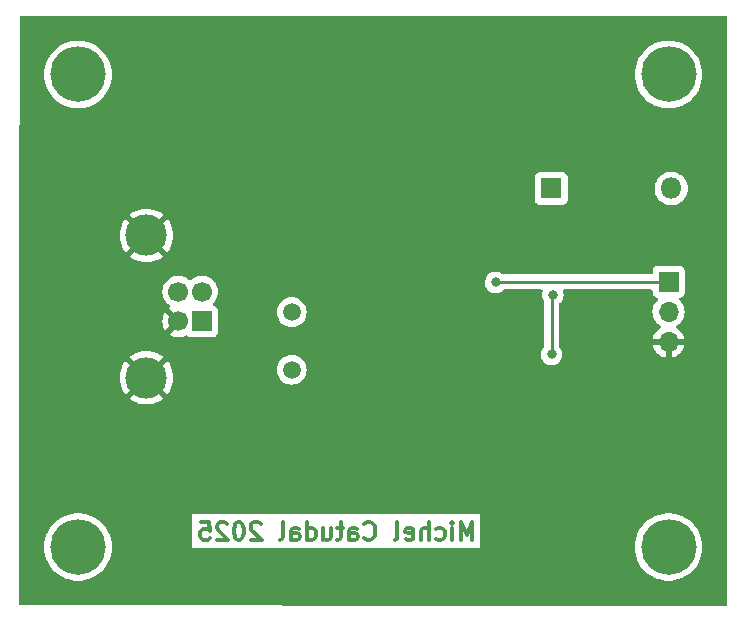
<source format=gbl>
G04 #@! TF.GenerationSoftware,KiCad,Pcbnew,8.0.6*
G04 #@! TF.CreationDate,2025-01-14T12:10:58-05:00*
G04 #@! TF.ProjectId,usb_lin,7573625f-6c69-46e2-9e6b-696361645f70,rev?*
G04 #@! TF.SameCoordinates,Original*
G04 #@! TF.FileFunction,Copper,L2,Bot*
G04 #@! TF.FilePolarity,Positive*
%FSLAX46Y46*%
G04 Gerber Fmt 4.6, Leading zero omitted, Abs format (unit mm)*
G04 Created by KiCad (PCBNEW 8.0.6) date 2025-01-14 12:10:58*
%MOMM*%
%LPD*%
G01*
G04 APERTURE LIST*
%ADD10C,0.300000*%
G04 #@! TA.AperFunction,NonConductor*
%ADD11C,0.300000*%
G04 #@! TD*
G04 #@! TA.AperFunction,ComponentPad*
%ADD12R,1.700000X1.700000*%
G04 #@! TD*
G04 #@! TA.AperFunction,ComponentPad*
%ADD13C,1.700000*%
G04 #@! TD*
G04 #@! TA.AperFunction,ComponentPad*
%ADD14C,3.500000*%
G04 #@! TD*
G04 #@! TA.AperFunction,ComponentPad*
%ADD15C,1.500000*%
G04 #@! TD*
G04 #@! TA.AperFunction,ComponentPad*
%ADD16C,4.700000*%
G04 #@! TD*
G04 #@! TA.AperFunction,ComponentPad*
%ADD17O,1.700000X1.700000*%
G04 #@! TD*
G04 #@! TA.AperFunction,ComponentPad*
%ADD18R,1.800000X1.800000*%
G04 #@! TD*
G04 #@! TA.AperFunction,ComponentPad*
%ADD19O,1.800000X1.800000*%
G04 #@! TD*
G04 #@! TA.AperFunction,ViaPad*
%ADD20C,0.800000*%
G04 #@! TD*
G04 #@! TA.AperFunction,Conductor*
%ADD21C,0.250000*%
G04 #@! TD*
G04 APERTURE END LIST*
D10*
D11*
X168395489Y-124400828D02*
X168395489Y-122900828D01*
X168395489Y-122900828D02*
X167895489Y-123972257D01*
X167895489Y-123972257D02*
X167395489Y-122900828D01*
X167395489Y-122900828D02*
X167395489Y-124400828D01*
X166681203Y-124400828D02*
X166681203Y-123400828D01*
X166681203Y-122900828D02*
X166752631Y-122972257D01*
X166752631Y-122972257D02*
X166681203Y-123043685D01*
X166681203Y-123043685D02*
X166609774Y-122972257D01*
X166609774Y-122972257D02*
X166681203Y-122900828D01*
X166681203Y-122900828D02*
X166681203Y-123043685D01*
X165324060Y-124329400D02*
X165466917Y-124400828D01*
X165466917Y-124400828D02*
X165752631Y-124400828D01*
X165752631Y-124400828D02*
X165895488Y-124329400D01*
X165895488Y-124329400D02*
X165966917Y-124257971D01*
X165966917Y-124257971D02*
X166038345Y-124115114D01*
X166038345Y-124115114D02*
X166038345Y-123686542D01*
X166038345Y-123686542D02*
X165966917Y-123543685D01*
X165966917Y-123543685D02*
X165895488Y-123472257D01*
X165895488Y-123472257D02*
X165752631Y-123400828D01*
X165752631Y-123400828D02*
X165466917Y-123400828D01*
X165466917Y-123400828D02*
X165324060Y-123472257D01*
X164681203Y-124400828D02*
X164681203Y-122900828D01*
X164038346Y-124400828D02*
X164038346Y-123615114D01*
X164038346Y-123615114D02*
X164109774Y-123472257D01*
X164109774Y-123472257D02*
X164252631Y-123400828D01*
X164252631Y-123400828D02*
X164466917Y-123400828D01*
X164466917Y-123400828D02*
X164609774Y-123472257D01*
X164609774Y-123472257D02*
X164681203Y-123543685D01*
X162752631Y-124329400D02*
X162895488Y-124400828D01*
X162895488Y-124400828D02*
X163181203Y-124400828D01*
X163181203Y-124400828D02*
X163324060Y-124329400D01*
X163324060Y-124329400D02*
X163395488Y-124186542D01*
X163395488Y-124186542D02*
X163395488Y-123615114D01*
X163395488Y-123615114D02*
X163324060Y-123472257D01*
X163324060Y-123472257D02*
X163181203Y-123400828D01*
X163181203Y-123400828D02*
X162895488Y-123400828D01*
X162895488Y-123400828D02*
X162752631Y-123472257D01*
X162752631Y-123472257D02*
X162681203Y-123615114D01*
X162681203Y-123615114D02*
X162681203Y-123757971D01*
X162681203Y-123757971D02*
X163395488Y-123900828D01*
X161824060Y-124400828D02*
X161966917Y-124329400D01*
X161966917Y-124329400D02*
X162038346Y-124186542D01*
X162038346Y-124186542D02*
X162038346Y-122900828D01*
X159252632Y-124257971D02*
X159324060Y-124329400D01*
X159324060Y-124329400D02*
X159538346Y-124400828D01*
X159538346Y-124400828D02*
X159681203Y-124400828D01*
X159681203Y-124400828D02*
X159895489Y-124329400D01*
X159895489Y-124329400D02*
X160038346Y-124186542D01*
X160038346Y-124186542D02*
X160109775Y-124043685D01*
X160109775Y-124043685D02*
X160181203Y-123757971D01*
X160181203Y-123757971D02*
X160181203Y-123543685D01*
X160181203Y-123543685D02*
X160109775Y-123257971D01*
X160109775Y-123257971D02*
X160038346Y-123115114D01*
X160038346Y-123115114D02*
X159895489Y-122972257D01*
X159895489Y-122972257D02*
X159681203Y-122900828D01*
X159681203Y-122900828D02*
X159538346Y-122900828D01*
X159538346Y-122900828D02*
X159324060Y-122972257D01*
X159324060Y-122972257D02*
X159252632Y-123043685D01*
X157966918Y-124400828D02*
X157966918Y-123615114D01*
X157966918Y-123615114D02*
X158038346Y-123472257D01*
X158038346Y-123472257D02*
X158181203Y-123400828D01*
X158181203Y-123400828D02*
X158466918Y-123400828D01*
X158466918Y-123400828D02*
X158609775Y-123472257D01*
X157966918Y-124329400D02*
X158109775Y-124400828D01*
X158109775Y-124400828D02*
X158466918Y-124400828D01*
X158466918Y-124400828D02*
X158609775Y-124329400D01*
X158609775Y-124329400D02*
X158681203Y-124186542D01*
X158681203Y-124186542D02*
X158681203Y-124043685D01*
X158681203Y-124043685D02*
X158609775Y-123900828D01*
X158609775Y-123900828D02*
X158466918Y-123829400D01*
X158466918Y-123829400D02*
X158109775Y-123829400D01*
X158109775Y-123829400D02*
X157966918Y-123757971D01*
X157466917Y-123400828D02*
X156895489Y-123400828D01*
X157252632Y-122900828D02*
X157252632Y-124186542D01*
X157252632Y-124186542D02*
X157181203Y-124329400D01*
X157181203Y-124329400D02*
X157038346Y-124400828D01*
X157038346Y-124400828D02*
X156895489Y-124400828D01*
X155752632Y-123400828D02*
X155752632Y-124400828D01*
X156395489Y-123400828D02*
X156395489Y-124186542D01*
X156395489Y-124186542D02*
X156324060Y-124329400D01*
X156324060Y-124329400D02*
X156181203Y-124400828D01*
X156181203Y-124400828D02*
X155966917Y-124400828D01*
X155966917Y-124400828D02*
X155824060Y-124329400D01*
X155824060Y-124329400D02*
X155752632Y-124257971D01*
X154395489Y-124400828D02*
X154395489Y-122900828D01*
X154395489Y-124329400D02*
X154538346Y-124400828D01*
X154538346Y-124400828D02*
X154824060Y-124400828D01*
X154824060Y-124400828D02*
X154966917Y-124329400D01*
X154966917Y-124329400D02*
X155038346Y-124257971D01*
X155038346Y-124257971D02*
X155109774Y-124115114D01*
X155109774Y-124115114D02*
X155109774Y-123686542D01*
X155109774Y-123686542D02*
X155038346Y-123543685D01*
X155038346Y-123543685D02*
X154966917Y-123472257D01*
X154966917Y-123472257D02*
X154824060Y-123400828D01*
X154824060Y-123400828D02*
X154538346Y-123400828D01*
X154538346Y-123400828D02*
X154395489Y-123472257D01*
X153038346Y-124400828D02*
X153038346Y-123615114D01*
X153038346Y-123615114D02*
X153109774Y-123472257D01*
X153109774Y-123472257D02*
X153252631Y-123400828D01*
X153252631Y-123400828D02*
X153538346Y-123400828D01*
X153538346Y-123400828D02*
X153681203Y-123472257D01*
X153038346Y-124329400D02*
X153181203Y-124400828D01*
X153181203Y-124400828D02*
X153538346Y-124400828D01*
X153538346Y-124400828D02*
X153681203Y-124329400D01*
X153681203Y-124329400D02*
X153752631Y-124186542D01*
X153752631Y-124186542D02*
X153752631Y-124043685D01*
X153752631Y-124043685D02*
X153681203Y-123900828D01*
X153681203Y-123900828D02*
X153538346Y-123829400D01*
X153538346Y-123829400D02*
X153181203Y-123829400D01*
X153181203Y-123829400D02*
X153038346Y-123757971D01*
X152109774Y-124400828D02*
X152252631Y-124329400D01*
X152252631Y-124329400D02*
X152324060Y-124186542D01*
X152324060Y-124186542D02*
X152324060Y-122900828D01*
X150466917Y-123043685D02*
X150395489Y-122972257D01*
X150395489Y-122972257D02*
X150252632Y-122900828D01*
X150252632Y-122900828D02*
X149895489Y-122900828D01*
X149895489Y-122900828D02*
X149752632Y-122972257D01*
X149752632Y-122972257D02*
X149681203Y-123043685D01*
X149681203Y-123043685D02*
X149609774Y-123186542D01*
X149609774Y-123186542D02*
X149609774Y-123329400D01*
X149609774Y-123329400D02*
X149681203Y-123543685D01*
X149681203Y-123543685D02*
X150538346Y-124400828D01*
X150538346Y-124400828D02*
X149609774Y-124400828D01*
X148681203Y-122900828D02*
X148538346Y-122900828D01*
X148538346Y-122900828D02*
X148395489Y-122972257D01*
X148395489Y-122972257D02*
X148324061Y-123043685D01*
X148324061Y-123043685D02*
X148252632Y-123186542D01*
X148252632Y-123186542D02*
X148181203Y-123472257D01*
X148181203Y-123472257D02*
X148181203Y-123829400D01*
X148181203Y-123829400D02*
X148252632Y-124115114D01*
X148252632Y-124115114D02*
X148324061Y-124257971D01*
X148324061Y-124257971D02*
X148395489Y-124329400D01*
X148395489Y-124329400D02*
X148538346Y-124400828D01*
X148538346Y-124400828D02*
X148681203Y-124400828D01*
X148681203Y-124400828D02*
X148824061Y-124329400D01*
X148824061Y-124329400D02*
X148895489Y-124257971D01*
X148895489Y-124257971D02*
X148966918Y-124115114D01*
X148966918Y-124115114D02*
X149038346Y-123829400D01*
X149038346Y-123829400D02*
X149038346Y-123472257D01*
X149038346Y-123472257D02*
X148966918Y-123186542D01*
X148966918Y-123186542D02*
X148895489Y-123043685D01*
X148895489Y-123043685D02*
X148824061Y-122972257D01*
X148824061Y-122972257D02*
X148681203Y-122900828D01*
X147609775Y-123043685D02*
X147538347Y-122972257D01*
X147538347Y-122972257D02*
X147395490Y-122900828D01*
X147395490Y-122900828D02*
X147038347Y-122900828D01*
X147038347Y-122900828D02*
X146895490Y-122972257D01*
X146895490Y-122972257D02*
X146824061Y-123043685D01*
X146824061Y-123043685D02*
X146752632Y-123186542D01*
X146752632Y-123186542D02*
X146752632Y-123329400D01*
X146752632Y-123329400D02*
X146824061Y-123543685D01*
X146824061Y-123543685D02*
X147681204Y-124400828D01*
X147681204Y-124400828D02*
X146752632Y-124400828D01*
X145395490Y-122900828D02*
X146109776Y-122900828D01*
X146109776Y-122900828D02*
X146181204Y-123615114D01*
X146181204Y-123615114D02*
X146109776Y-123543685D01*
X146109776Y-123543685D02*
X145966919Y-123472257D01*
X145966919Y-123472257D02*
X145609776Y-123472257D01*
X145609776Y-123472257D02*
X145466919Y-123543685D01*
X145466919Y-123543685D02*
X145395490Y-123615114D01*
X145395490Y-123615114D02*
X145324061Y-123757971D01*
X145324061Y-123757971D02*
X145324061Y-124115114D01*
X145324061Y-124115114D02*
X145395490Y-124257971D01*
X145395490Y-124257971D02*
X145466919Y-124329400D01*
X145466919Y-124329400D02*
X145609776Y-124400828D01*
X145609776Y-124400828D02*
X145966919Y-124400828D01*
X145966919Y-124400828D02*
X146109776Y-124329400D01*
X146109776Y-124329400D02*
X146181204Y-124257971D01*
D12*
X145500000Y-105900000D03*
D13*
X145500000Y-103400000D03*
X143500000Y-103400000D03*
X143500000Y-105900000D03*
D14*
X140790000Y-110670000D03*
X140790000Y-98630000D03*
D15*
X153100000Y-110000000D03*
X153100000Y-105120000D03*
D16*
X135000000Y-125000000D03*
X135000000Y-85000000D03*
D12*
X185000000Y-102550000D03*
D17*
X185000000Y-105090000D03*
X185000000Y-107630000D03*
D18*
X175070000Y-94650000D03*
D19*
X185230000Y-94650000D03*
D16*
X185000000Y-85000000D03*
X185000000Y-125000000D03*
D20*
X157350000Y-101155000D03*
X162500000Y-100200000D03*
X163100000Y-113600000D03*
X155800000Y-96675000D03*
X169700000Y-105000000D03*
X170350000Y-102600000D03*
X175100000Y-108700000D03*
X175200000Y-103650000D03*
D21*
X184500000Y-109700000D02*
X185000000Y-109200000D01*
X169700000Y-105000000D02*
X169700000Y-112900000D01*
X169700000Y-105625305D02*
X173774695Y-109700000D01*
X163150000Y-113650000D02*
X163100000Y-113600000D01*
X169700000Y-105000000D02*
X169700000Y-105625305D01*
X155800000Y-96675000D02*
X155800000Y-99605000D01*
X168950000Y-113650000D02*
X163150000Y-113650000D01*
X164900000Y-100200000D02*
X169700000Y-105000000D01*
X162500000Y-100200000D02*
X164900000Y-100200000D01*
X173774695Y-109700000D02*
X184500000Y-109700000D01*
X185000000Y-109200000D02*
X185000000Y-107630000D01*
X169700000Y-112900000D02*
X168950000Y-113650000D01*
X155800000Y-99605000D02*
X157350000Y-101155000D01*
X185000000Y-102550000D02*
X170400000Y-102550000D01*
X170400000Y-102550000D02*
X170350000Y-102600000D01*
X175100000Y-108700000D02*
X175100000Y-103750000D01*
X175100000Y-103750000D02*
X175200000Y-103650000D01*
G04 #@! TA.AperFunction,Conductor*
G36*
X189916621Y-80045502D02*
G01*
X189963114Y-80099158D01*
X189974500Y-80151500D01*
X189974500Y-129848500D01*
X189954498Y-129916621D01*
X189900842Y-129963114D01*
X189848500Y-129974500D01*
X174674560Y-129974500D01*
X130151290Y-129900417D01*
X130083203Y-129880301D01*
X130036799Y-129826569D01*
X130025500Y-129774417D01*
X130025500Y-125000000D01*
X132136656Y-125000000D01*
X132156016Y-125332403D01*
X132156016Y-125332409D01*
X132156017Y-125332414D01*
X132213838Y-125660333D01*
X132309337Y-125979321D01*
X132309339Y-125979327D01*
X132309340Y-125979328D01*
X132441220Y-126285063D01*
X132441222Y-126285066D01*
X132607711Y-126573433D01*
X132607714Y-126573437D01*
X132806552Y-126840523D01*
X133035057Y-127082724D01*
X133290134Y-127296758D01*
X133568320Y-127479724D01*
X133568328Y-127479729D01*
X133865887Y-127629169D01*
X134022335Y-127686111D01*
X134178775Y-127743051D01*
X134178776Y-127743051D01*
X134178784Y-127743054D01*
X134502786Y-127819843D01*
X134691771Y-127841932D01*
X134833508Y-127858500D01*
X134833511Y-127858500D01*
X135166492Y-127858500D01*
X135290510Y-127844003D01*
X135497214Y-127819843D01*
X135821216Y-127743054D01*
X136134113Y-127629169D01*
X136431672Y-127479729D01*
X136709870Y-127296755D01*
X136964946Y-127082721D01*
X137193449Y-126840522D01*
X137392289Y-126573433D01*
X137558778Y-126285066D01*
X137690663Y-125979321D01*
X137786162Y-125660333D01*
X137843983Y-125332414D01*
X137859497Y-125066053D01*
X144658836Y-125066053D01*
X169060150Y-125066053D01*
X169060150Y-125000000D01*
X182136656Y-125000000D01*
X182156016Y-125332403D01*
X182156016Y-125332409D01*
X182156017Y-125332414D01*
X182213838Y-125660333D01*
X182309337Y-125979321D01*
X182309339Y-125979327D01*
X182309340Y-125979328D01*
X182441220Y-126285063D01*
X182441222Y-126285066D01*
X182607711Y-126573433D01*
X182607714Y-126573437D01*
X182806552Y-126840523D01*
X183035057Y-127082724D01*
X183290134Y-127296758D01*
X183568320Y-127479724D01*
X183568328Y-127479729D01*
X183865887Y-127629169D01*
X184022335Y-127686111D01*
X184178775Y-127743051D01*
X184178776Y-127743051D01*
X184178784Y-127743054D01*
X184502786Y-127819843D01*
X184691771Y-127841932D01*
X184833508Y-127858500D01*
X184833511Y-127858500D01*
X185166492Y-127858500D01*
X185290510Y-127844003D01*
X185497214Y-127819843D01*
X185821216Y-127743054D01*
X186134113Y-127629169D01*
X186431672Y-127479729D01*
X186709870Y-127296755D01*
X186964946Y-127082721D01*
X187193449Y-126840522D01*
X187392289Y-126573433D01*
X187558778Y-126285066D01*
X187690663Y-125979321D01*
X187786162Y-125660333D01*
X187843983Y-125332414D01*
X187863344Y-125000000D01*
X187843983Y-124667586D01*
X187786162Y-124339667D01*
X187690663Y-124020679D01*
X187558778Y-123714934D01*
X187392289Y-123426567D01*
X187193449Y-123159478D01*
X186964946Y-122917279D01*
X186964944Y-122917278D01*
X186964942Y-122917275D01*
X186709865Y-122703241D01*
X186431679Y-122520275D01*
X186431675Y-122520273D01*
X186431672Y-122520271D01*
X186134113Y-122370831D01*
X186134108Y-122370829D01*
X186134103Y-122370827D01*
X185821224Y-122256948D01*
X185821217Y-122256946D01*
X185821216Y-122256946D01*
X185639258Y-122213821D01*
X185497219Y-122180158D01*
X185497209Y-122180156D01*
X185166492Y-122141500D01*
X185166489Y-122141500D01*
X184833511Y-122141500D01*
X184833508Y-122141500D01*
X184502790Y-122180156D01*
X184502780Y-122180158D01*
X184178784Y-122256946D01*
X184178775Y-122256948D01*
X183865896Y-122370827D01*
X183865891Y-122370829D01*
X183568320Y-122520275D01*
X183290134Y-122703241D01*
X183035057Y-122917275D01*
X182806552Y-123159476D01*
X182607714Y-123426562D01*
X182607704Y-123426578D01*
X182441223Y-123714931D01*
X182441220Y-123714936D01*
X182309340Y-124020671D01*
X182309338Y-124020677D01*
X182213838Y-124339666D01*
X182156016Y-124667590D01*
X182156016Y-124667596D01*
X182136656Y-125000000D01*
X169060150Y-125000000D01*
X169060150Y-122235129D01*
X144658836Y-122235129D01*
X144658836Y-125066053D01*
X137859497Y-125066053D01*
X137863344Y-125000000D01*
X137843983Y-124667586D01*
X137786162Y-124339667D01*
X137690663Y-124020679D01*
X137558778Y-123714934D01*
X137392289Y-123426567D01*
X137193449Y-123159478D01*
X136964946Y-122917279D01*
X136964944Y-122917278D01*
X136964942Y-122917275D01*
X136709865Y-122703241D01*
X136431679Y-122520275D01*
X136431675Y-122520273D01*
X136431672Y-122520271D01*
X136134113Y-122370831D01*
X136134108Y-122370829D01*
X136134103Y-122370827D01*
X135821224Y-122256948D01*
X135821217Y-122256946D01*
X135821216Y-122256946D01*
X135639258Y-122213821D01*
X135497219Y-122180158D01*
X135497209Y-122180156D01*
X135166492Y-122141500D01*
X135166489Y-122141500D01*
X134833511Y-122141500D01*
X134833508Y-122141500D01*
X134502790Y-122180156D01*
X134502780Y-122180158D01*
X134178784Y-122256946D01*
X134178775Y-122256948D01*
X133865896Y-122370827D01*
X133865891Y-122370829D01*
X133568320Y-122520275D01*
X133290134Y-122703241D01*
X133035057Y-122917275D01*
X132806552Y-123159476D01*
X132607714Y-123426562D01*
X132607704Y-123426578D01*
X132441223Y-123714931D01*
X132441220Y-123714936D01*
X132309340Y-124020671D01*
X132309338Y-124020677D01*
X132213838Y-124339666D01*
X132156016Y-124667590D01*
X132156016Y-124667596D01*
X132136656Y-125000000D01*
X130025500Y-125000000D01*
X130025500Y-110669996D01*
X138527155Y-110669996D01*
X138527155Y-110670003D01*
X138546513Y-110965356D01*
X138546515Y-110965370D01*
X138604260Y-111255665D01*
X138604262Y-111255675D01*
X138699401Y-111535945D01*
X138699407Y-111535959D01*
X138830317Y-111801420D01*
X138994763Y-112047532D01*
X138994766Y-112047536D01*
X139022092Y-112078695D01*
X139022094Y-112078695D01*
X139804793Y-111295995D01*
X139901388Y-111428946D01*
X140031054Y-111558612D01*
X140164002Y-111655205D01*
X139381303Y-112437904D01*
X139381303Y-112437906D01*
X139412463Y-112465233D01*
X139412467Y-112465236D01*
X139658579Y-112629682D01*
X139924040Y-112760592D01*
X139924054Y-112760598D01*
X140204324Y-112855737D01*
X140204334Y-112855739D01*
X140494629Y-112913484D01*
X140494643Y-112913486D01*
X140789997Y-112932845D01*
X140790003Y-112932845D01*
X141085356Y-112913486D01*
X141085370Y-112913484D01*
X141375665Y-112855739D01*
X141375675Y-112855737D01*
X141655945Y-112760598D01*
X141655959Y-112760592D01*
X141921420Y-112629682D01*
X142167531Y-112465236D01*
X142198695Y-112437906D01*
X142198695Y-112437904D01*
X141415996Y-111655205D01*
X141548946Y-111558612D01*
X141678612Y-111428946D01*
X141775205Y-111295996D01*
X142557904Y-112078695D01*
X142557906Y-112078695D01*
X142585236Y-112047531D01*
X142749682Y-111801420D01*
X142880592Y-111535959D01*
X142880598Y-111535945D01*
X142975737Y-111255675D01*
X142975739Y-111255665D01*
X143033484Y-110965370D01*
X143033486Y-110965356D01*
X143052845Y-110670003D01*
X143052845Y-110669996D01*
X143033486Y-110374643D01*
X143033484Y-110374629D01*
X142975739Y-110084334D01*
X142975737Y-110084324D01*
X142947113Y-110000000D01*
X151836693Y-110000000D01*
X151855885Y-110219371D01*
X151880381Y-110310790D01*
X151903533Y-110397195D01*
X151912880Y-110432076D01*
X152005944Y-110631654D01*
X152096995Y-110761687D01*
X152132251Y-110812038D01*
X152132254Y-110812042D01*
X152287957Y-110967745D01*
X152287961Y-110967748D01*
X152287962Y-110967749D01*
X152468346Y-111094056D01*
X152667924Y-111187120D01*
X152880629Y-111244115D01*
X153100000Y-111263307D01*
X153319371Y-111244115D01*
X153532076Y-111187120D01*
X153731654Y-111094056D01*
X153912038Y-110967749D01*
X154067749Y-110812038D01*
X154194056Y-110631654D01*
X154287120Y-110432076D01*
X154344115Y-110219371D01*
X154363307Y-110000000D01*
X154344115Y-109780629D01*
X154287120Y-109567924D01*
X154194056Y-109368347D01*
X154067749Y-109187962D01*
X153912038Y-109032251D01*
X153731654Y-108905944D01*
X153723398Y-108902094D01*
X153532079Y-108812881D01*
X153532073Y-108812879D01*
X153374914Y-108770768D01*
X153319371Y-108755885D01*
X153100000Y-108736693D01*
X152880629Y-108755885D01*
X152667926Y-108812879D01*
X152667920Y-108812881D01*
X152468346Y-108905944D01*
X152287965Y-109032248D01*
X152287959Y-109032253D01*
X152132253Y-109187959D01*
X152132248Y-109187965D01*
X152005944Y-109368346D01*
X151912881Y-109567920D01*
X151912879Y-109567926D01*
X151884563Y-109673603D01*
X151855885Y-109780629D01*
X151836693Y-110000000D01*
X142947113Y-110000000D01*
X142880598Y-109804054D01*
X142880592Y-109804040D01*
X142749682Y-109538580D01*
X142585236Y-109292467D01*
X142585233Y-109292463D01*
X142557906Y-109261303D01*
X142557904Y-109261303D01*
X141775204Y-110044002D01*
X141678612Y-109911054D01*
X141548946Y-109781388D01*
X141415996Y-109684794D01*
X142198695Y-108902094D01*
X142198695Y-108902092D01*
X142167536Y-108874766D01*
X142167532Y-108874763D01*
X141921420Y-108710317D01*
X141655959Y-108579407D01*
X141655945Y-108579401D01*
X141375675Y-108484262D01*
X141375665Y-108484260D01*
X141085370Y-108426515D01*
X141085356Y-108426513D01*
X140790003Y-108407155D01*
X140789997Y-108407155D01*
X140494643Y-108426513D01*
X140494629Y-108426515D01*
X140204334Y-108484260D01*
X140204324Y-108484262D01*
X139924054Y-108579401D01*
X139924040Y-108579407D01*
X139658580Y-108710317D01*
X139412465Y-108874765D01*
X139381303Y-108902092D01*
X139381303Y-108902094D01*
X140164003Y-109684794D01*
X140031054Y-109781388D01*
X139901388Y-109911054D01*
X139804794Y-110044003D01*
X139022094Y-109261303D01*
X139022092Y-109261303D01*
X138994765Y-109292465D01*
X138830317Y-109538580D01*
X138699407Y-109804040D01*
X138699401Y-109804054D01*
X138604262Y-110084324D01*
X138604260Y-110084334D01*
X138546515Y-110374629D01*
X138546513Y-110374643D01*
X138527155Y-110669996D01*
X130025500Y-110669996D01*
X130025500Y-103400000D01*
X142136844Y-103400000D01*
X142145892Y-103509196D01*
X142155437Y-103624375D01*
X142210702Y-103842612D01*
X142210703Y-103842613D01*
X142210704Y-103842616D01*
X142294439Y-104033514D01*
X142301141Y-104048793D01*
X142424275Y-104237265D01*
X142424279Y-104237270D01*
X142576762Y-104402908D01*
X142625967Y-104441206D01*
X142754424Y-104541189D01*
X142754432Y-104541193D01*
X142758787Y-104544039D01*
X142757628Y-104545811D01*
X142801623Y-104589452D01*
X142816994Y-104658765D01*
X142792452Y-104725385D01*
X142758210Y-104755082D01*
X142759060Y-104756383D01*
X142754693Y-104759235D01*
X142734311Y-104775099D01*
X142734310Y-104775100D01*
X143407711Y-105448501D01*
X143322447Y-105471349D01*
X143217554Y-105531909D01*
X143131909Y-105617554D01*
X143071349Y-105722447D01*
X143048501Y-105807711D01*
X142376921Y-105136131D01*
X142376920Y-105136132D01*
X142301586Y-105251439D01*
X142301579Y-105251453D01*
X142211179Y-105457543D01*
X142211176Y-105457550D01*
X142155932Y-105675707D01*
X142137346Y-105900000D01*
X142155932Y-106124292D01*
X142211176Y-106342449D01*
X142211179Y-106342456D01*
X142301580Y-106548548D01*
X142376921Y-106663866D01*
X143048501Y-105992286D01*
X143071349Y-106077553D01*
X143131909Y-106182446D01*
X143217554Y-106268091D01*
X143322447Y-106328651D01*
X143407710Y-106351497D01*
X142734310Y-107024898D01*
X142754697Y-107040766D01*
X142754701Y-107040768D01*
X142952628Y-107147882D01*
X142952630Y-107147883D01*
X143165483Y-107220955D01*
X143165490Y-107220957D01*
X143387477Y-107258000D01*
X143612523Y-107258000D01*
X143834509Y-107220957D01*
X143834516Y-107220955D01*
X144047369Y-107147883D01*
X144047375Y-107147880D01*
X144142520Y-107096390D01*
X144211950Y-107081559D01*
X144278377Y-107106619D01*
X144281532Y-107109363D01*
X144403792Y-107200887D01*
X144403794Y-107200888D01*
X144403796Y-107200889D01*
X144457600Y-107220957D01*
X144540795Y-107251988D01*
X144540803Y-107251990D01*
X144601350Y-107258499D01*
X144601355Y-107258499D01*
X144601362Y-107258500D01*
X144601368Y-107258500D01*
X146398632Y-107258500D01*
X146398638Y-107258500D01*
X146398645Y-107258499D01*
X146398649Y-107258499D01*
X146459196Y-107251990D01*
X146459199Y-107251989D01*
X146459201Y-107251989D01*
X146596204Y-107200889D01*
X146713261Y-107113261D01*
X146800889Y-106996204D01*
X146851989Y-106859201D01*
X146858500Y-106798638D01*
X146858500Y-105120000D01*
X151836693Y-105120000D01*
X151855885Y-105339370D01*
X151912879Y-105552073D01*
X151912881Y-105552079D01*
X151999946Y-105738791D01*
X152005944Y-105751654D01*
X152047432Y-105810904D01*
X152132251Y-105932038D01*
X152132254Y-105932042D01*
X152287957Y-106087745D01*
X152287961Y-106087748D01*
X152287962Y-106087749D01*
X152468346Y-106214056D01*
X152667924Y-106307120D01*
X152880629Y-106364115D01*
X153100000Y-106383307D01*
X153319371Y-106364115D01*
X153532076Y-106307120D01*
X153731654Y-106214056D01*
X153912038Y-106087749D01*
X154067749Y-105932038D01*
X154194056Y-105751654D01*
X154287120Y-105552076D01*
X154344115Y-105339371D01*
X154363307Y-105120000D01*
X154344115Y-104900629D01*
X154287120Y-104687924D01*
X154194056Y-104488347D01*
X154067749Y-104307962D01*
X153912038Y-104152251D01*
X153731654Y-104025944D01*
X153682133Y-104002852D01*
X153532079Y-103932881D01*
X153532073Y-103932879D01*
X153416791Y-103901989D01*
X153319371Y-103875885D01*
X153100000Y-103856693D01*
X152880629Y-103875885D01*
X152667926Y-103932879D01*
X152667920Y-103932881D01*
X152468346Y-104025944D01*
X152287965Y-104152248D01*
X152287959Y-104152253D01*
X152132253Y-104307959D01*
X152132248Y-104307965D01*
X152005944Y-104488346D01*
X151912881Y-104687920D01*
X151912879Y-104687926D01*
X151855885Y-104900629D01*
X151836693Y-105120000D01*
X146858500Y-105120000D01*
X146858500Y-105001362D01*
X146858499Y-105001350D01*
X146851990Y-104940803D01*
X146851988Y-104940795D01*
X146800889Y-104803797D01*
X146800887Y-104803792D01*
X146713261Y-104686738D01*
X146596207Y-104599112D01*
X146596203Y-104599110D01*
X146508603Y-104566437D01*
X146451767Y-104523891D01*
X146426957Y-104457370D01*
X146442049Y-104387996D01*
X146459936Y-104363044D01*
X146575714Y-104237277D01*
X146575724Y-104237265D01*
X146631268Y-104152248D01*
X146698860Y-104048791D01*
X146789296Y-103842616D01*
X146844564Y-103624368D01*
X146863156Y-103400000D01*
X146844564Y-103175632D01*
X146792885Y-102971556D01*
X146789297Y-102957387D01*
X146789296Y-102957386D01*
X146789296Y-102957384D01*
X146698860Y-102751209D01*
X146692140Y-102740924D01*
X146600071Y-102600000D01*
X169436496Y-102600000D01*
X169456457Y-102789927D01*
X169486526Y-102882470D01*
X169515473Y-102971556D01*
X169515476Y-102971561D01*
X169610958Y-103136941D01*
X169610965Y-103136951D01*
X169738744Y-103278864D01*
X169738747Y-103278866D01*
X169893248Y-103391118D01*
X170067712Y-103468794D01*
X170254513Y-103508500D01*
X170445487Y-103508500D01*
X170632288Y-103468794D01*
X170806752Y-103391118D01*
X170961253Y-103278866D01*
X170980799Y-103257158D01*
X171009584Y-103225190D01*
X171070030Y-103187950D01*
X171103220Y-103183500D01*
X174222898Y-103183500D01*
X174291019Y-103203502D01*
X174337512Y-103257158D01*
X174347616Y-103327432D01*
X174342731Y-103348437D01*
X174306457Y-103460072D01*
X174286496Y-103650000D01*
X174306457Y-103839927D01*
X174336526Y-103932470D01*
X174365473Y-104021556D01*
X174440931Y-104152253D01*
X174449619Y-104167300D01*
X174466500Y-104230300D01*
X174466500Y-107997474D01*
X174446498Y-108065595D01*
X174434137Y-108081784D01*
X174360957Y-108163059D01*
X174265476Y-108328438D01*
X174265473Y-108328445D01*
X174206457Y-108510072D01*
X174186496Y-108700000D01*
X174206457Y-108889927D01*
X174230652Y-108964390D01*
X174265473Y-109071556D01*
X174265476Y-109071561D01*
X174360958Y-109236941D01*
X174360965Y-109236951D01*
X174488744Y-109378864D01*
X174488747Y-109378866D01*
X174643248Y-109491118D01*
X174817712Y-109568794D01*
X175004513Y-109608500D01*
X175195487Y-109608500D01*
X175382288Y-109568794D01*
X175556752Y-109491118D01*
X175711253Y-109378866D01*
X175711255Y-109378864D01*
X175839034Y-109236951D01*
X175839035Y-109236949D01*
X175839040Y-109236944D01*
X175934527Y-109071556D01*
X175993542Y-108889928D01*
X176013504Y-108700000D01*
X175993542Y-108510072D01*
X175934527Y-108328444D01*
X175839040Y-108163056D01*
X175765863Y-108081784D01*
X175735146Y-108017776D01*
X175733500Y-107997474D01*
X175733500Y-104449557D01*
X175753502Y-104381436D01*
X175785439Y-104347621D01*
X175811253Y-104328866D01*
X175811255Y-104328864D01*
X175939034Y-104186951D01*
X175939035Y-104186949D01*
X175939040Y-104186944D01*
X176034527Y-104021556D01*
X176093542Y-103839928D01*
X176113504Y-103650000D01*
X176093542Y-103460072D01*
X176057268Y-103348436D01*
X176055241Y-103277469D01*
X176091903Y-103216671D01*
X176155615Y-103185346D01*
X176177102Y-103183500D01*
X183515500Y-103183500D01*
X183583621Y-103203502D01*
X183630114Y-103257158D01*
X183641500Y-103309500D01*
X183641500Y-103448649D01*
X183648009Y-103509196D01*
X183648011Y-103509204D01*
X183699110Y-103646202D01*
X183699112Y-103646207D01*
X183786738Y-103763261D01*
X183903791Y-103850886D01*
X183903792Y-103850886D01*
X183903796Y-103850889D01*
X184018810Y-103893787D01*
X184075642Y-103936332D01*
X184100453Y-104002852D01*
X184085362Y-104072226D01*
X184067475Y-104097179D01*
X183924280Y-104252729D01*
X183924275Y-104252734D01*
X183801141Y-104441206D01*
X183710703Y-104647386D01*
X183710702Y-104647387D01*
X183655437Y-104865624D01*
X183655436Y-104865630D01*
X183655436Y-104865632D01*
X183636844Y-105090000D01*
X183650221Y-105251439D01*
X183655437Y-105314375D01*
X183710702Y-105532612D01*
X183710703Y-105532613D01*
X183801141Y-105738793D01*
X183924275Y-105927265D01*
X183924279Y-105927270D01*
X184076762Y-106092908D01*
X184117084Y-106124292D01*
X184254424Y-106231189D01*
X184288205Y-106249470D01*
X184338596Y-106299482D01*
X184353949Y-106368799D01*
X184329389Y-106435412D01*
X184288209Y-106471096D01*
X184254704Y-106489228D01*
X184254698Y-106489232D01*
X184077097Y-106627465D01*
X183924674Y-106793041D01*
X183801580Y-106981451D01*
X183711179Y-107187543D01*
X183711176Y-107187550D01*
X183663455Y-107375999D01*
X183663456Y-107376000D01*
X184569297Y-107376000D01*
X184534075Y-107437007D01*
X184500000Y-107564174D01*
X184500000Y-107695826D01*
X184534075Y-107822993D01*
X184569297Y-107884000D01*
X183663455Y-107884000D01*
X183711176Y-108072449D01*
X183711179Y-108072456D01*
X183801580Y-108278548D01*
X183924674Y-108466958D01*
X184077097Y-108632534D01*
X184254698Y-108770767D01*
X184254699Y-108770768D01*
X184452628Y-108877882D01*
X184452630Y-108877883D01*
X184665483Y-108950955D01*
X184665492Y-108950957D01*
X184746000Y-108964391D01*
X184746000Y-108060702D01*
X184807007Y-108095925D01*
X184934174Y-108130000D01*
X185065826Y-108130000D01*
X185192993Y-108095925D01*
X185254000Y-108060702D01*
X185254000Y-108964390D01*
X185334507Y-108950957D01*
X185334516Y-108950955D01*
X185547369Y-108877883D01*
X185547371Y-108877882D01*
X185745300Y-108770768D01*
X185745301Y-108770767D01*
X185922902Y-108632534D01*
X186075325Y-108466958D01*
X186198419Y-108278548D01*
X186288820Y-108072456D01*
X186288823Y-108072449D01*
X186336544Y-107884000D01*
X185430703Y-107884000D01*
X185465925Y-107822993D01*
X185500000Y-107695826D01*
X185500000Y-107564174D01*
X185465925Y-107437007D01*
X185430703Y-107376000D01*
X186336544Y-107376000D01*
X186336544Y-107375999D01*
X186288823Y-107187550D01*
X186288820Y-107187543D01*
X186198419Y-106981451D01*
X186075325Y-106793041D01*
X185922902Y-106627465D01*
X185745301Y-106489232D01*
X185745300Y-106489231D01*
X185711791Y-106471097D01*
X185661401Y-106421083D01*
X185646050Y-106351766D01*
X185670612Y-106285153D01*
X185711790Y-106249472D01*
X185745576Y-106231189D01*
X185923240Y-106092906D01*
X186075722Y-105927268D01*
X186198860Y-105738791D01*
X186289296Y-105532616D01*
X186344564Y-105314368D01*
X186363156Y-105090000D01*
X186344564Y-104865632D01*
X186317621Y-104759235D01*
X186289297Y-104647387D01*
X186289296Y-104647386D01*
X186289296Y-104647384D01*
X186198860Y-104441209D01*
X186173837Y-104402908D01*
X186075724Y-104252734D01*
X186075719Y-104252729D01*
X186061494Y-104237277D01*
X185932524Y-104097179D01*
X185901103Y-104033514D01*
X185909090Y-103962968D01*
X185953948Y-103907939D01*
X185981183Y-103893789D01*
X186096204Y-103850889D01*
X186107256Y-103842616D01*
X186213261Y-103763261D01*
X186300887Y-103646207D01*
X186300887Y-103646206D01*
X186300889Y-103646204D01*
X186351989Y-103509201D01*
X186352065Y-103508500D01*
X186358499Y-103448649D01*
X186358500Y-103448632D01*
X186358500Y-101651367D01*
X186358499Y-101651350D01*
X186351990Y-101590803D01*
X186351988Y-101590795D01*
X186300889Y-101453797D01*
X186300887Y-101453792D01*
X186213261Y-101336738D01*
X186096207Y-101249112D01*
X186096202Y-101249110D01*
X185959204Y-101198011D01*
X185959196Y-101198009D01*
X185898649Y-101191500D01*
X185898638Y-101191500D01*
X184101362Y-101191500D01*
X184101350Y-101191500D01*
X184040803Y-101198009D01*
X184040795Y-101198011D01*
X183903797Y-101249110D01*
X183903792Y-101249112D01*
X183786738Y-101336738D01*
X183699112Y-101453792D01*
X183699110Y-101453797D01*
X183648011Y-101590795D01*
X183648009Y-101590803D01*
X183641500Y-101651350D01*
X183641500Y-101790500D01*
X183621498Y-101858621D01*
X183567842Y-101905114D01*
X183515500Y-101916500D01*
X170995815Y-101916500D01*
X170927694Y-101896498D01*
X170921754Y-101892436D01*
X170806752Y-101808882D01*
X170632288Y-101731206D01*
X170445487Y-101691500D01*
X170254513Y-101691500D01*
X170067711Y-101731206D01*
X169893247Y-101808882D01*
X169738744Y-101921135D01*
X169610965Y-102063048D01*
X169610958Y-102063058D01*
X169515476Y-102228438D01*
X169515473Y-102228444D01*
X169500999Y-102272986D01*
X169456457Y-102410072D01*
X169436496Y-102600000D01*
X146600071Y-102600000D01*
X146575724Y-102562734D01*
X146575720Y-102562729D01*
X146423237Y-102397091D01*
X146341382Y-102333381D01*
X146245576Y-102258811D01*
X146047574Y-102151658D01*
X146047572Y-102151657D01*
X146047571Y-102151656D01*
X145834639Y-102078557D01*
X145834630Y-102078555D01*
X145790476Y-102071187D01*
X145612569Y-102041500D01*
X145387431Y-102041500D01*
X145239211Y-102066233D01*
X145165369Y-102078555D01*
X145165360Y-102078557D01*
X144952428Y-102151656D01*
X144952426Y-102151658D01*
X144810538Y-102228444D01*
X144754426Y-102258810D01*
X144754416Y-102258816D01*
X144577391Y-102396602D01*
X144511349Y-102422659D01*
X144441703Y-102408874D01*
X144422609Y-102396602D01*
X144245583Y-102258816D01*
X144245580Y-102258814D01*
X144245576Y-102258811D01*
X144047574Y-102151658D01*
X144047572Y-102151657D01*
X144047571Y-102151656D01*
X143834639Y-102078557D01*
X143834630Y-102078555D01*
X143790476Y-102071187D01*
X143612569Y-102041500D01*
X143387431Y-102041500D01*
X143239211Y-102066233D01*
X143165369Y-102078555D01*
X143165360Y-102078557D01*
X142952428Y-102151656D01*
X142952426Y-102151658D01*
X142810538Y-102228444D01*
X142754426Y-102258810D01*
X142754424Y-102258811D01*
X142576762Y-102397091D01*
X142424279Y-102562729D01*
X142424275Y-102562734D01*
X142301141Y-102751206D01*
X142210703Y-102957386D01*
X142210702Y-102957387D01*
X142155437Y-103175624D01*
X142155436Y-103175630D01*
X142155436Y-103175632D01*
X142136844Y-103400000D01*
X130025500Y-103400000D01*
X130025500Y-98629996D01*
X138527155Y-98629996D01*
X138527155Y-98630003D01*
X138546513Y-98925356D01*
X138546515Y-98925370D01*
X138604260Y-99215665D01*
X138604262Y-99215675D01*
X138699401Y-99495945D01*
X138699407Y-99495959D01*
X138830317Y-99761420D01*
X138994763Y-100007532D01*
X138994766Y-100007536D01*
X139022092Y-100038695D01*
X139022094Y-100038695D01*
X139804793Y-99255995D01*
X139901388Y-99388946D01*
X140031054Y-99518612D01*
X140164002Y-99615205D01*
X139381303Y-100397904D01*
X139381303Y-100397906D01*
X139412463Y-100425233D01*
X139412467Y-100425236D01*
X139658579Y-100589682D01*
X139924040Y-100720592D01*
X139924054Y-100720598D01*
X140204324Y-100815737D01*
X140204334Y-100815739D01*
X140494629Y-100873484D01*
X140494643Y-100873486D01*
X140789997Y-100892845D01*
X140790003Y-100892845D01*
X141085356Y-100873486D01*
X141085370Y-100873484D01*
X141375665Y-100815739D01*
X141375675Y-100815737D01*
X141655945Y-100720598D01*
X141655959Y-100720592D01*
X141921420Y-100589682D01*
X142167531Y-100425236D01*
X142198695Y-100397906D01*
X142198695Y-100397904D01*
X141415996Y-99615205D01*
X141548946Y-99518612D01*
X141678612Y-99388946D01*
X141775205Y-99255996D01*
X142557904Y-100038695D01*
X142557906Y-100038695D01*
X142585236Y-100007531D01*
X142749682Y-99761420D01*
X142880592Y-99495959D01*
X142880598Y-99495945D01*
X142975737Y-99215675D01*
X142975739Y-99215665D01*
X143033484Y-98925370D01*
X143033486Y-98925356D01*
X143052845Y-98630003D01*
X143052845Y-98629996D01*
X143033486Y-98334643D01*
X143033484Y-98334629D01*
X142975739Y-98044334D01*
X142975737Y-98044324D01*
X142880598Y-97764054D01*
X142880592Y-97764040D01*
X142749682Y-97498580D01*
X142585236Y-97252467D01*
X142585233Y-97252463D01*
X142557906Y-97221303D01*
X142557904Y-97221303D01*
X141775204Y-98004002D01*
X141678612Y-97871054D01*
X141548946Y-97741388D01*
X141415996Y-97644794D01*
X142198695Y-96862094D01*
X142198695Y-96862092D01*
X142167536Y-96834766D01*
X142167532Y-96834763D01*
X141921420Y-96670317D01*
X141655959Y-96539407D01*
X141655945Y-96539401D01*
X141375675Y-96444262D01*
X141375665Y-96444260D01*
X141085370Y-96386515D01*
X141085356Y-96386513D01*
X140790003Y-96367155D01*
X140789997Y-96367155D01*
X140494643Y-96386513D01*
X140494629Y-96386515D01*
X140204334Y-96444260D01*
X140204324Y-96444262D01*
X139924054Y-96539401D01*
X139924040Y-96539407D01*
X139658580Y-96670317D01*
X139412465Y-96834765D01*
X139381303Y-96862092D01*
X139381303Y-96862094D01*
X140164003Y-97644794D01*
X140031054Y-97741388D01*
X139901388Y-97871054D01*
X139804794Y-98004003D01*
X139022094Y-97221303D01*
X139022092Y-97221303D01*
X138994765Y-97252465D01*
X138830317Y-97498580D01*
X138699407Y-97764040D01*
X138699401Y-97764054D01*
X138604262Y-98044324D01*
X138604260Y-98044334D01*
X138546515Y-98334629D01*
X138546513Y-98334643D01*
X138527155Y-98629996D01*
X130025500Y-98629996D01*
X130025500Y-98462527D01*
X130025501Y-98462024D01*
X130033556Y-96444260D01*
X130044506Y-93701350D01*
X173661500Y-93701350D01*
X173661500Y-95598649D01*
X173668009Y-95659196D01*
X173668011Y-95659204D01*
X173719110Y-95796202D01*
X173719112Y-95796207D01*
X173806738Y-95913261D01*
X173923792Y-96000887D01*
X173923794Y-96000888D01*
X173923796Y-96000889D01*
X173975243Y-96020078D01*
X174060795Y-96051988D01*
X174060803Y-96051990D01*
X174121350Y-96058499D01*
X174121355Y-96058499D01*
X174121362Y-96058500D01*
X174121368Y-96058500D01*
X176018632Y-96058500D01*
X176018638Y-96058500D01*
X176018645Y-96058499D01*
X176018649Y-96058499D01*
X176079196Y-96051990D01*
X176079199Y-96051989D01*
X176079201Y-96051989D01*
X176216204Y-96000889D01*
X176333261Y-95913261D01*
X176420889Y-95796204D01*
X176471989Y-95659201D01*
X176478500Y-95598638D01*
X176478500Y-94650000D01*
X183816673Y-94650000D01*
X183835950Y-94882633D01*
X183893249Y-95108903D01*
X183893252Y-95108910D01*
X183987015Y-95322668D01*
X184114685Y-95518083D01*
X184272774Y-95689813D01*
X184272778Y-95689817D01*
X184338650Y-95741087D01*
X184456983Y-95833190D01*
X184662273Y-95944287D01*
X184883049Y-96020080D01*
X185113288Y-96058500D01*
X185113292Y-96058500D01*
X185346708Y-96058500D01*
X185346712Y-96058500D01*
X185576951Y-96020080D01*
X185797727Y-95944287D01*
X186003017Y-95833190D01*
X186187220Y-95689818D01*
X186215403Y-95659204D01*
X186345314Y-95518083D01*
X186472984Y-95322669D01*
X186566749Y-95108907D01*
X186624051Y-94882626D01*
X186643327Y-94650000D01*
X186624051Y-94417374D01*
X186566749Y-94191093D01*
X186472984Y-93977331D01*
X186345314Y-93781916D01*
X186187225Y-93610186D01*
X186187221Y-93610182D01*
X186095118Y-93538496D01*
X186003017Y-93466810D01*
X185797727Y-93355713D01*
X185797724Y-93355712D01*
X185797723Y-93355711D01*
X185576955Y-93279921D01*
X185576948Y-93279919D01*
X185478411Y-93263476D01*
X185346712Y-93241500D01*
X185113288Y-93241500D01*
X184998066Y-93260727D01*
X184883051Y-93279919D01*
X184883044Y-93279921D01*
X184662276Y-93355711D01*
X184662273Y-93355713D01*
X184456985Y-93466809D01*
X184456983Y-93466810D01*
X184272778Y-93610182D01*
X184272774Y-93610186D01*
X184114685Y-93781916D01*
X183987015Y-93977331D01*
X183893252Y-94191089D01*
X183893249Y-94191096D01*
X183835950Y-94417366D01*
X183816673Y-94650000D01*
X176478500Y-94650000D01*
X176478500Y-93701362D01*
X176478499Y-93701350D01*
X176471990Y-93640803D01*
X176471988Y-93640795D01*
X176420889Y-93503797D01*
X176420887Y-93503792D01*
X176333261Y-93386738D01*
X176216207Y-93299112D01*
X176216202Y-93299110D01*
X176079204Y-93248011D01*
X176079196Y-93248009D01*
X176018649Y-93241500D01*
X176018638Y-93241500D01*
X174121362Y-93241500D01*
X174121350Y-93241500D01*
X174060803Y-93248009D01*
X174060795Y-93248011D01*
X173923797Y-93299110D01*
X173923792Y-93299112D01*
X173806738Y-93386738D01*
X173719112Y-93503792D01*
X173719110Y-93503797D01*
X173668011Y-93640795D01*
X173668009Y-93640803D01*
X173661500Y-93701350D01*
X130044506Y-93701350D01*
X130079242Y-85000000D01*
X132136656Y-85000000D01*
X132156016Y-85332403D01*
X132156016Y-85332409D01*
X132156017Y-85332414D01*
X132213838Y-85660333D01*
X132309337Y-85979321D01*
X132309339Y-85979327D01*
X132309340Y-85979328D01*
X132441220Y-86285063D01*
X132441222Y-86285066D01*
X132607711Y-86573433D01*
X132607714Y-86573437D01*
X132806552Y-86840523D01*
X133035057Y-87082724D01*
X133290134Y-87296758D01*
X133568320Y-87479724D01*
X133568328Y-87479729D01*
X133865887Y-87629169D01*
X134022335Y-87686111D01*
X134178775Y-87743051D01*
X134178776Y-87743051D01*
X134178784Y-87743054D01*
X134502786Y-87819843D01*
X134691771Y-87841932D01*
X134833508Y-87858500D01*
X134833511Y-87858500D01*
X135166492Y-87858500D01*
X135290510Y-87844003D01*
X135497214Y-87819843D01*
X135821216Y-87743054D01*
X136134113Y-87629169D01*
X136431672Y-87479729D01*
X136709870Y-87296755D01*
X136964946Y-87082721D01*
X137193449Y-86840522D01*
X137392289Y-86573433D01*
X137558778Y-86285066D01*
X137690663Y-85979321D01*
X137786162Y-85660333D01*
X137843983Y-85332414D01*
X137863344Y-85000000D01*
X182136656Y-85000000D01*
X182156016Y-85332403D01*
X182156016Y-85332409D01*
X182156017Y-85332414D01*
X182213838Y-85660333D01*
X182309337Y-85979321D01*
X182309339Y-85979327D01*
X182309340Y-85979328D01*
X182441220Y-86285063D01*
X182441222Y-86285066D01*
X182607711Y-86573433D01*
X182607714Y-86573437D01*
X182806552Y-86840523D01*
X183035057Y-87082724D01*
X183290134Y-87296758D01*
X183568320Y-87479724D01*
X183568328Y-87479729D01*
X183865887Y-87629169D01*
X184022335Y-87686111D01*
X184178775Y-87743051D01*
X184178776Y-87743051D01*
X184178784Y-87743054D01*
X184502786Y-87819843D01*
X184691771Y-87841932D01*
X184833508Y-87858500D01*
X184833511Y-87858500D01*
X185166492Y-87858500D01*
X185290510Y-87844003D01*
X185497214Y-87819843D01*
X185821216Y-87743054D01*
X186134113Y-87629169D01*
X186431672Y-87479729D01*
X186709870Y-87296755D01*
X186964946Y-87082721D01*
X187193449Y-86840522D01*
X187392289Y-86573433D01*
X187558778Y-86285066D01*
X187690663Y-85979321D01*
X187786162Y-85660333D01*
X187843983Y-85332414D01*
X187863344Y-85000000D01*
X187843983Y-84667586D01*
X187786162Y-84339667D01*
X187690663Y-84020679D01*
X187558778Y-83714934D01*
X187392289Y-83426567D01*
X187193449Y-83159478D01*
X186964946Y-82917279D01*
X186964944Y-82917278D01*
X186964942Y-82917275D01*
X186709865Y-82703241D01*
X186431679Y-82520275D01*
X186431675Y-82520273D01*
X186431672Y-82520271D01*
X186134113Y-82370831D01*
X186134108Y-82370829D01*
X186134103Y-82370827D01*
X185821224Y-82256948D01*
X185821217Y-82256946D01*
X185821216Y-82256946D01*
X185639258Y-82213821D01*
X185497219Y-82180158D01*
X185497209Y-82180156D01*
X185166492Y-82141500D01*
X185166489Y-82141500D01*
X184833511Y-82141500D01*
X184833508Y-82141500D01*
X184502790Y-82180156D01*
X184502780Y-82180158D01*
X184178784Y-82256946D01*
X184178775Y-82256948D01*
X183865896Y-82370827D01*
X183865891Y-82370829D01*
X183568320Y-82520275D01*
X183290134Y-82703241D01*
X183035057Y-82917275D01*
X182806552Y-83159476D01*
X182607714Y-83426562D01*
X182607704Y-83426578D01*
X182441223Y-83714931D01*
X182441220Y-83714936D01*
X182309340Y-84020671D01*
X182309338Y-84020677D01*
X182213838Y-84339666D01*
X182156016Y-84667590D01*
X182156016Y-84667596D01*
X182136656Y-85000000D01*
X137863344Y-85000000D01*
X137843983Y-84667586D01*
X137786162Y-84339667D01*
X137690663Y-84020679D01*
X137558778Y-83714934D01*
X137392289Y-83426567D01*
X137193449Y-83159478D01*
X136964946Y-82917279D01*
X136964944Y-82917278D01*
X136964942Y-82917275D01*
X136709865Y-82703241D01*
X136431679Y-82520275D01*
X136431675Y-82520273D01*
X136431672Y-82520271D01*
X136134113Y-82370831D01*
X136134108Y-82370829D01*
X136134103Y-82370827D01*
X135821224Y-82256948D01*
X135821217Y-82256946D01*
X135821216Y-82256946D01*
X135639258Y-82213821D01*
X135497219Y-82180158D01*
X135497209Y-82180156D01*
X135166492Y-82141500D01*
X135166489Y-82141500D01*
X134833511Y-82141500D01*
X134833508Y-82141500D01*
X134502790Y-82180156D01*
X134502780Y-82180158D01*
X134178784Y-82256946D01*
X134178775Y-82256948D01*
X133865896Y-82370827D01*
X133865891Y-82370829D01*
X133568320Y-82520275D01*
X133290134Y-82703241D01*
X133035057Y-82917275D01*
X132806552Y-83159476D01*
X132607714Y-83426562D01*
X132607704Y-83426578D01*
X132441223Y-83714931D01*
X132441220Y-83714936D01*
X132309340Y-84020671D01*
X132309338Y-84020677D01*
X132213838Y-84339666D01*
X132156016Y-84667590D01*
X132156016Y-84667596D01*
X132136656Y-85000000D01*
X130079242Y-85000000D01*
X130098599Y-80150996D01*
X130118873Y-80082957D01*
X130172714Y-80036678D01*
X130224598Y-80025500D01*
X189848500Y-80025500D01*
X189916621Y-80045502D01*
G37*
G04 #@! TD.AperFunction*
M02*

</source>
